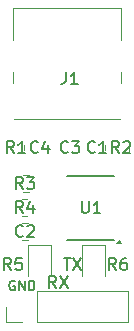
<source format=gto>
%TF.GenerationSoftware,KiCad,Pcbnew,9.0.0*%
%TF.CreationDate,2025-03-10T23:10:40+09:00*%
%TF.ProjectId,typec-serial,74797065-632d-4736-9572-69616c2e6b69,rev?*%
%TF.SameCoordinates,Original*%
%TF.FileFunction,Legend,Top*%
%TF.FilePolarity,Positive*%
%FSLAX46Y46*%
G04 Gerber Fmt 4.6, Leading zero omitted, Abs format (unit mm)*
G04 Created by KiCad (PCBNEW 9.0.0) date 2025-03-10 23:10:40*
%MOMM*%
%LPD*%
G01*
G04 APERTURE LIST*
%ADD10C,0.150000*%
%ADD11C,0.120000*%
G04 APERTURE END LIST*
D10*
X162814095Y-85560819D02*
X163385523Y-85560819D01*
X163099809Y-86560819D02*
X163099809Y-85560819D01*
X163623619Y-85560819D02*
X164290285Y-86560819D01*
X164290285Y-85560819D02*
X163623619Y-86560819D01*
X164338095Y-80734819D02*
X164338095Y-81544342D01*
X164338095Y-81544342D02*
X164385714Y-81639580D01*
X164385714Y-81639580D02*
X164433333Y-81687200D01*
X164433333Y-81687200D02*
X164528571Y-81734819D01*
X164528571Y-81734819D02*
X164719047Y-81734819D01*
X164719047Y-81734819D02*
X164814285Y-81687200D01*
X164814285Y-81687200D02*
X164861904Y-81639580D01*
X164861904Y-81639580D02*
X164909523Y-81544342D01*
X164909523Y-81544342D02*
X164909523Y-80734819D01*
X165909523Y-81734819D02*
X165338095Y-81734819D01*
X165623809Y-81734819D02*
X165623809Y-80734819D01*
X165623809Y-80734819D02*
X165528571Y-80877676D01*
X165528571Y-80877676D02*
X165433333Y-80972914D01*
X165433333Y-80972914D02*
X165338095Y-81020533D01*
X167219333Y-86560819D02*
X166886000Y-86084628D01*
X166647905Y-86560819D02*
X166647905Y-85560819D01*
X166647905Y-85560819D02*
X167028857Y-85560819D01*
X167028857Y-85560819D02*
X167124095Y-85608438D01*
X167124095Y-85608438D02*
X167171714Y-85656057D01*
X167171714Y-85656057D02*
X167219333Y-85751295D01*
X167219333Y-85751295D02*
X167219333Y-85894152D01*
X167219333Y-85894152D02*
X167171714Y-85989390D01*
X167171714Y-85989390D02*
X167124095Y-86037009D01*
X167124095Y-86037009D02*
X167028857Y-86084628D01*
X167028857Y-86084628D02*
X166647905Y-86084628D01*
X168076476Y-85560819D02*
X167886000Y-85560819D01*
X167886000Y-85560819D02*
X167790762Y-85608438D01*
X167790762Y-85608438D02*
X167743143Y-85656057D01*
X167743143Y-85656057D02*
X167647905Y-85798914D01*
X167647905Y-85798914D02*
X167600286Y-85989390D01*
X167600286Y-85989390D02*
X167600286Y-86370342D01*
X167600286Y-86370342D02*
X167647905Y-86465580D01*
X167647905Y-86465580D02*
X167695524Y-86513200D01*
X167695524Y-86513200D02*
X167790762Y-86560819D01*
X167790762Y-86560819D02*
X167981238Y-86560819D01*
X167981238Y-86560819D02*
X168076476Y-86513200D01*
X168076476Y-86513200D02*
X168124095Y-86465580D01*
X168124095Y-86465580D02*
X168171714Y-86370342D01*
X168171714Y-86370342D02*
X168171714Y-86132247D01*
X168171714Y-86132247D02*
X168124095Y-86037009D01*
X168124095Y-86037009D02*
X168076476Y-85989390D01*
X168076476Y-85989390D02*
X167981238Y-85941771D01*
X167981238Y-85941771D02*
X167790762Y-85941771D01*
X167790762Y-85941771D02*
X167695524Y-85989390D01*
X167695524Y-85989390D02*
X167647905Y-86037009D01*
X167647905Y-86037009D02*
X167600286Y-86132247D01*
X163155333Y-76559580D02*
X163107714Y-76607200D01*
X163107714Y-76607200D02*
X162964857Y-76654819D01*
X162964857Y-76654819D02*
X162869619Y-76654819D01*
X162869619Y-76654819D02*
X162726762Y-76607200D01*
X162726762Y-76607200D02*
X162631524Y-76511961D01*
X162631524Y-76511961D02*
X162583905Y-76416723D01*
X162583905Y-76416723D02*
X162536286Y-76226247D01*
X162536286Y-76226247D02*
X162536286Y-76083390D01*
X162536286Y-76083390D02*
X162583905Y-75892914D01*
X162583905Y-75892914D02*
X162631524Y-75797676D01*
X162631524Y-75797676D02*
X162726762Y-75702438D01*
X162726762Y-75702438D02*
X162869619Y-75654819D01*
X162869619Y-75654819D02*
X162964857Y-75654819D01*
X162964857Y-75654819D02*
X163107714Y-75702438D01*
X163107714Y-75702438D02*
X163155333Y-75750057D01*
X163488667Y-75654819D02*
X164107714Y-75654819D01*
X164107714Y-75654819D02*
X163774381Y-76035771D01*
X163774381Y-76035771D02*
X163917238Y-76035771D01*
X163917238Y-76035771D02*
X164012476Y-76083390D01*
X164012476Y-76083390D02*
X164060095Y-76131009D01*
X164060095Y-76131009D02*
X164107714Y-76226247D01*
X164107714Y-76226247D02*
X164107714Y-76464342D01*
X164107714Y-76464342D02*
X164060095Y-76559580D01*
X164060095Y-76559580D02*
X164012476Y-76607200D01*
X164012476Y-76607200D02*
X163917238Y-76654819D01*
X163917238Y-76654819D02*
X163631524Y-76654819D01*
X163631524Y-76654819D02*
X163536286Y-76607200D01*
X163536286Y-76607200D02*
X163488667Y-76559580D01*
X162988666Y-69812819D02*
X162988666Y-70527104D01*
X162988666Y-70527104D02*
X162941047Y-70669961D01*
X162941047Y-70669961D02*
X162845809Y-70765200D01*
X162845809Y-70765200D02*
X162702952Y-70812819D01*
X162702952Y-70812819D02*
X162607714Y-70812819D01*
X163988666Y-70812819D02*
X163417238Y-70812819D01*
X163702952Y-70812819D02*
X163702952Y-69812819D01*
X163702952Y-69812819D02*
X163607714Y-69955676D01*
X163607714Y-69955676D02*
X163512476Y-70050914D01*
X163512476Y-70050914D02*
X163417238Y-70098533D01*
X158583333Y-76654819D02*
X158250000Y-76178628D01*
X158011905Y-76654819D02*
X158011905Y-75654819D01*
X158011905Y-75654819D02*
X158392857Y-75654819D01*
X158392857Y-75654819D02*
X158488095Y-75702438D01*
X158488095Y-75702438D02*
X158535714Y-75750057D01*
X158535714Y-75750057D02*
X158583333Y-75845295D01*
X158583333Y-75845295D02*
X158583333Y-75988152D01*
X158583333Y-75988152D02*
X158535714Y-76083390D01*
X158535714Y-76083390D02*
X158488095Y-76131009D01*
X158488095Y-76131009D02*
X158392857Y-76178628D01*
X158392857Y-76178628D02*
X158011905Y-76178628D01*
X159535714Y-76654819D02*
X158964286Y-76654819D01*
X159250000Y-76654819D02*
X159250000Y-75654819D01*
X159250000Y-75654819D02*
X159154762Y-75797676D01*
X159154762Y-75797676D02*
X159059524Y-75892914D01*
X159059524Y-75892914D02*
X158964286Y-75940533D01*
X158648476Y-87484390D02*
X158572286Y-87446295D01*
X158572286Y-87446295D02*
X158458000Y-87446295D01*
X158458000Y-87446295D02*
X158343714Y-87484390D01*
X158343714Y-87484390D02*
X158267524Y-87560580D01*
X158267524Y-87560580D02*
X158229429Y-87636771D01*
X158229429Y-87636771D02*
X158191333Y-87789152D01*
X158191333Y-87789152D02*
X158191333Y-87903438D01*
X158191333Y-87903438D02*
X158229429Y-88055819D01*
X158229429Y-88055819D02*
X158267524Y-88132009D01*
X158267524Y-88132009D02*
X158343714Y-88208200D01*
X158343714Y-88208200D02*
X158458000Y-88246295D01*
X158458000Y-88246295D02*
X158534191Y-88246295D01*
X158534191Y-88246295D02*
X158648476Y-88208200D01*
X158648476Y-88208200D02*
X158686572Y-88170104D01*
X158686572Y-88170104D02*
X158686572Y-87903438D01*
X158686572Y-87903438D02*
X158534191Y-87903438D01*
X159029429Y-88246295D02*
X159029429Y-87446295D01*
X159029429Y-87446295D02*
X159486572Y-88246295D01*
X159486572Y-88246295D02*
X159486572Y-87446295D01*
X159867524Y-88246295D02*
X159867524Y-87446295D01*
X159867524Y-87446295D02*
X160058000Y-87446295D01*
X160058000Y-87446295D02*
X160172286Y-87484390D01*
X160172286Y-87484390D02*
X160248476Y-87560580D01*
X160248476Y-87560580D02*
X160286571Y-87636771D01*
X160286571Y-87636771D02*
X160324667Y-87789152D01*
X160324667Y-87789152D02*
X160324667Y-87903438D01*
X160324667Y-87903438D02*
X160286571Y-88055819D01*
X160286571Y-88055819D02*
X160248476Y-88132009D01*
X160248476Y-88132009D02*
X160172286Y-88208200D01*
X160172286Y-88208200D02*
X160058000Y-88246295D01*
X160058000Y-88246295D02*
X159867524Y-88246295D01*
X159345333Y-79702819D02*
X159012000Y-79226628D01*
X158773905Y-79702819D02*
X158773905Y-78702819D01*
X158773905Y-78702819D02*
X159154857Y-78702819D01*
X159154857Y-78702819D02*
X159250095Y-78750438D01*
X159250095Y-78750438D02*
X159297714Y-78798057D01*
X159297714Y-78798057D02*
X159345333Y-78893295D01*
X159345333Y-78893295D02*
X159345333Y-79036152D01*
X159345333Y-79036152D02*
X159297714Y-79131390D01*
X159297714Y-79131390D02*
X159250095Y-79179009D01*
X159250095Y-79179009D02*
X159154857Y-79226628D01*
X159154857Y-79226628D02*
X158773905Y-79226628D01*
X159678667Y-78702819D02*
X160297714Y-78702819D01*
X160297714Y-78702819D02*
X159964381Y-79083771D01*
X159964381Y-79083771D02*
X160107238Y-79083771D01*
X160107238Y-79083771D02*
X160202476Y-79131390D01*
X160202476Y-79131390D02*
X160250095Y-79179009D01*
X160250095Y-79179009D02*
X160297714Y-79274247D01*
X160297714Y-79274247D02*
X160297714Y-79512342D01*
X160297714Y-79512342D02*
X160250095Y-79607580D01*
X160250095Y-79607580D02*
X160202476Y-79655200D01*
X160202476Y-79655200D02*
X160107238Y-79702819D01*
X160107238Y-79702819D02*
X159821524Y-79702819D01*
X159821524Y-79702819D02*
X159726286Y-79655200D01*
X159726286Y-79655200D02*
X159678667Y-79607580D01*
X165441333Y-76559580D02*
X165393714Y-76607200D01*
X165393714Y-76607200D02*
X165250857Y-76654819D01*
X165250857Y-76654819D02*
X165155619Y-76654819D01*
X165155619Y-76654819D02*
X165012762Y-76607200D01*
X165012762Y-76607200D02*
X164917524Y-76511961D01*
X164917524Y-76511961D02*
X164869905Y-76416723D01*
X164869905Y-76416723D02*
X164822286Y-76226247D01*
X164822286Y-76226247D02*
X164822286Y-76083390D01*
X164822286Y-76083390D02*
X164869905Y-75892914D01*
X164869905Y-75892914D02*
X164917524Y-75797676D01*
X164917524Y-75797676D02*
X165012762Y-75702438D01*
X165012762Y-75702438D02*
X165155619Y-75654819D01*
X165155619Y-75654819D02*
X165250857Y-75654819D01*
X165250857Y-75654819D02*
X165393714Y-75702438D01*
X165393714Y-75702438D02*
X165441333Y-75750057D01*
X166393714Y-76654819D02*
X165822286Y-76654819D01*
X166108000Y-76654819D02*
X166108000Y-75654819D01*
X166108000Y-75654819D02*
X166012762Y-75797676D01*
X166012762Y-75797676D02*
X165917524Y-75892914D01*
X165917524Y-75892914D02*
X165822286Y-75940533D01*
X160615333Y-76559580D02*
X160567714Y-76607200D01*
X160567714Y-76607200D02*
X160424857Y-76654819D01*
X160424857Y-76654819D02*
X160329619Y-76654819D01*
X160329619Y-76654819D02*
X160186762Y-76607200D01*
X160186762Y-76607200D02*
X160091524Y-76511961D01*
X160091524Y-76511961D02*
X160043905Y-76416723D01*
X160043905Y-76416723D02*
X159996286Y-76226247D01*
X159996286Y-76226247D02*
X159996286Y-76083390D01*
X159996286Y-76083390D02*
X160043905Y-75892914D01*
X160043905Y-75892914D02*
X160091524Y-75797676D01*
X160091524Y-75797676D02*
X160186762Y-75702438D01*
X160186762Y-75702438D02*
X160329619Y-75654819D01*
X160329619Y-75654819D02*
X160424857Y-75654819D01*
X160424857Y-75654819D02*
X160567714Y-75702438D01*
X160567714Y-75702438D02*
X160615333Y-75750057D01*
X161472476Y-75988152D02*
X161472476Y-76654819D01*
X161234381Y-75607200D02*
X160996286Y-76321485D01*
X160996286Y-76321485D02*
X161615333Y-76321485D01*
X158329333Y-86560819D02*
X157996000Y-86084628D01*
X157757905Y-86560819D02*
X157757905Y-85560819D01*
X157757905Y-85560819D02*
X158138857Y-85560819D01*
X158138857Y-85560819D02*
X158234095Y-85608438D01*
X158234095Y-85608438D02*
X158281714Y-85656057D01*
X158281714Y-85656057D02*
X158329333Y-85751295D01*
X158329333Y-85751295D02*
X158329333Y-85894152D01*
X158329333Y-85894152D02*
X158281714Y-85989390D01*
X158281714Y-85989390D02*
X158234095Y-86037009D01*
X158234095Y-86037009D02*
X158138857Y-86084628D01*
X158138857Y-86084628D02*
X157757905Y-86084628D01*
X159234095Y-85560819D02*
X158757905Y-85560819D01*
X158757905Y-85560819D02*
X158710286Y-86037009D01*
X158710286Y-86037009D02*
X158757905Y-85989390D01*
X158757905Y-85989390D02*
X158853143Y-85941771D01*
X158853143Y-85941771D02*
X159091238Y-85941771D01*
X159091238Y-85941771D02*
X159186476Y-85989390D01*
X159186476Y-85989390D02*
X159234095Y-86037009D01*
X159234095Y-86037009D02*
X159281714Y-86132247D01*
X159281714Y-86132247D02*
X159281714Y-86370342D01*
X159281714Y-86370342D02*
X159234095Y-86465580D01*
X159234095Y-86465580D02*
X159186476Y-86513200D01*
X159186476Y-86513200D02*
X159091238Y-86560819D01*
X159091238Y-86560819D02*
X158853143Y-86560819D01*
X158853143Y-86560819D02*
X158757905Y-86513200D01*
X158757905Y-86513200D02*
X158710286Y-86465580D01*
X159345333Y-81734819D02*
X159012000Y-81258628D01*
X158773905Y-81734819D02*
X158773905Y-80734819D01*
X158773905Y-80734819D02*
X159154857Y-80734819D01*
X159154857Y-80734819D02*
X159250095Y-80782438D01*
X159250095Y-80782438D02*
X159297714Y-80830057D01*
X159297714Y-80830057D02*
X159345333Y-80925295D01*
X159345333Y-80925295D02*
X159345333Y-81068152D01*
X159345333Y-81068152D02*
X159297714Y-81163390D01*
X159297714Y-81163390D02*
X159250095Y-81211009D01*
X159250095Y-81211009D02*
X159154857Y-81258628D01*
X159154857Y-81258628D02*
X158773905Y-81258628D01*
X160202476Y-81068152D02*
X160202476Y-81734819D01*
X159964381Y-80687200D02*
X159726286Y-81401485D01*
X159726286Y-81401485D02*
X160345333Y-81401485D01*
X167473333Y-76654819D02*
X167140000Y-76178628D01*
X166901905Y-76654819D02*
X166901905Y-75654819D01*
X166901905Y-75654819D02*
X167282857Y-75654819D01*
X167282857Y-75654819D02*
X167378095Y-75702438D01*
X167378095Y-75702438D02*
X167425714Y-75750057D01*
X167425714Y-75750057D02*
X167473333Y-75845295D01*
X167473333Y-75845295D02*
X167473333Y-75988152D01*
X167473333Y-75988152D02*
X167425714Y-76083390D01*
X167425714Y-76083390D02*
X167378095Y-76131009D01*
X167378095Y-76131009D02*
X167282857Y-76178628D01*
X167282857Y-76178628D02*
X166901905Y-76178628D01*
X167854286Y-75750057D02*
X167901905Y-75702438D01*
X167901905Y-75702438D02*
X167997143Y-75654819D01*
X167997143Y-75654819D02*
X168235238Y-75654819D01*
X168235238Y-75654819D02*
X168330476Y-75702438D01*
X168330476Y-75702438D02*
X168378095Y-75750057D01*
X168378095Y-75750057D02*
X168425714Y-75845295D01*
X168425714Y-75845295D02*
X168425714Y-75940533D01*
X168425714Y-75940533D02*
X168378095Y-76083390D01*
X168378095Y-76083390D02*
X167806667Y-76654819D01*
X167806667Y-76654819D02*
X168425714Y-76654819D01*
X159345333Y-83671580D02*
X159297714Y-83719200D01*
X159297714Y-83719200D02*
X159154857Y-83766819D01*
X159154857Y-83766819D02*
X159059619Y-83766819D01*
X159059619Y-83766819D02*
X158916762Y-83719200D01*
X158916762Y-83719200D02*
X158821524Y-83623961D01*
X158821524Y-83623961D02*
X158773905Y-83528723D01*
X158773905Y-83528723D02*
X158726286Y-83338247D01*
X158726286Y-83338247D02*
X158726286Y-83195390D01*
X158726286Y-83195390D02*
X158773905Y-83004914D01*
X158773905Y-83004914D02*
X158821524Y-82909676D01*
X158821524Y-82909676D02*
X158916762Y-82814438D01*
X158916762Y-82814438D02*
X159059619Y-82766819D01*
X159059619Y-82766819D02*
X159154857Y-82766819D01*
X159154857Y-82766819D02*
X159297714Y-82814438D01*
X159297714Y-82814438D02*
X159345333Y-82862057D01*
X159726286Y-82862057D02*
X159773905Y-82814438D01*
X159773905Y-82814438D02*
X159869143Y-82766819D01*
X159869143Y-82766819D02*
X160107238Y-82766819D01*
X160107238Y-82766819D02*
X160202476Y-82814438D01*
X160202476Y-82814438D02*
X160250095Y-82862057D01*
X160250095Y-82862057D02*
X160297714Y-82957295D01*
X160297714Y-82957295D02*
X160297714Y-83052533D01*
X160297714Y-83052533D02*
X160250095Y-83195390D01*
X160250095Y-83195390D02*
X159678667Y-83766819D01*
X159678667Y-83766819D02*
X160297714Y-83766819D01*
X162139333Y-88084819D02*
X161806000Y-87608628D01*
X161567905Y-88084819D02*
X161567905Y-87084819D01*
X161567905Y-87084819D02*
X161948857Y-87084819D01*
X161948857Y-87084819D02*
X162044095Y-87132438D01*
X162044095Y-87132438D02*
X162091714Y-87180057D01*
X162091714Y-87180057D02*
X162139333Y-87275295D01*
X162139333Y-87275295D02*
X162139333Y-87418152D01*
X162139333Y-87418152D02*
X162091714Y-87513390D01*
X162091714Y-87513390D02*
X162044095Y-87561009D01*
X162044095Y-87561009D02*
X161948857Y-87608628D01*
X161948857Y-87608628D02*
X161567905Y-87608628D01*
X162472667Y-87084819D02*
X163139333Y-88084819D01*
X163139333Y-87084819D02*
X162472667Y-88084819D01*
D11*
%TO.C,TX*%
X166314000Y-87106000D02*
X166314000Y-84421000D01*
X166314000Y-84421000D02*
X164394000Y-84421000D01*
X164394000Y-84421000D02*
X164394000Y-87106000D01*
D10*
%TO.C,U1*%
X167100000Y-78580000D02*
X163100000Y-78580000D01*
X167100000Y-83980000D02*
X163100000Y-83980000D01*
D11*
X167690000Y-84310000D02*
X167210000Y-84310000D01*
X167450000Y-83980000D01*
X167690000Y-84310000D01*
G36*
X167690000Y-84310000D02*
G01*
X167210000Y-84310000D01*
X167450000Y-83980000D01*
X167690000Y-84310000D01*
G37*
%TO.C,R6*%
X166651000Y-85878936D02*
X166651000Y-86333064D01*
X168121000Y-85878936D02*
X168121000Y-86333064D01*
%TO.C,C3*%
X162587000Y-75938748D02*
X162587000Y-76461252D01*
X164057000Y-75938748D02*
X164057000Y-76461252D01*
%TO.C,J1*%
X158473000Y-67113000D02*
X158473000Y-64383000D01*
X158473000Y-70713000D02*
X158473000Y-69813000D01*
X167543000Y-73793000D02*
X158593000Y-73793000D01*
X167663000Y-64383000D02*
X158473000Y-64383000D01*
X167663000Y-67113000D02*
X167663000Y-64383000D01*
X167663000Y-70713000D02*
X167663000Y-69813000D01*
%TO.C,R1*%
X158015000Y-75972936D02*
X158015000Y-76427064D01*
X159485000Y-75972936D02*
X159485000Y-76427064D01*
%TO.C,GND*%
X157928000Y-90992000D02*
X157928000Y-89662000D01*
X159258000Y-90992000D02*
X157928000Y-90992000D01*
X160528000Y-88332000D02*
X168208000Y-88332000D01*
X160528000Y-90992000D02*
X160528000Y-88332000D01*
X160528000Y-90992000D02*
X168208000Y-90992000D01*
X168208000Y-90992000D02*
X168208000Y-88332000D01*
%TO.C,R3*%
X159388436Y-78513000D02*
X159842564Y-78513000D01*
X159388436Y-79983000D02*
X159842564Y-79983000D01*
%TO.C,C1*%
X166905000Y-76461252D02*
X166905000Y-75938748D01*
X168375000Y-76461252D02*
X168375000Y-75938748D01*
%TO.C,C4*%
X160047000Y-75938748D02*
X160047000Y-76461252D01*
X161517000Y-75938748D02*
X161517000Y-76461252D01*
%TO.C,R5*%
X157761000Y-85878936D02*
X157761000Y-86333064D01*
X159231000Y-85878936D02*
X159231000Y-86333064D01*
%TO.C,R4*%
X159284936Y-80545000D02*
X159739064Y-80545000D01*
X159284936Y-82015000D02*
X159739064Y-82015000D01*
%TO.C,R2*%
X164873000Y-75972936D02*
X164873000Y-76427064D01*
X166343000Y-75972936D02*
X166343000Y-76427064D01*
%TO.C,C2*%
X159250748Y-82577000D02*
X159773252Y-82577000D01*
X159250748Y-84047000D02*
X159773252Y-84047000D01*
%TO.C,RX*%
X159822000Y-84421000D02*
X159822000Y-87106000D01*
X161742000Y-84421000D02*
X159822000Y-84421000D01*
X161742000Y-87106000D02*
X161742000Y-84421000D01*
%TD*%
M02*

</source>
